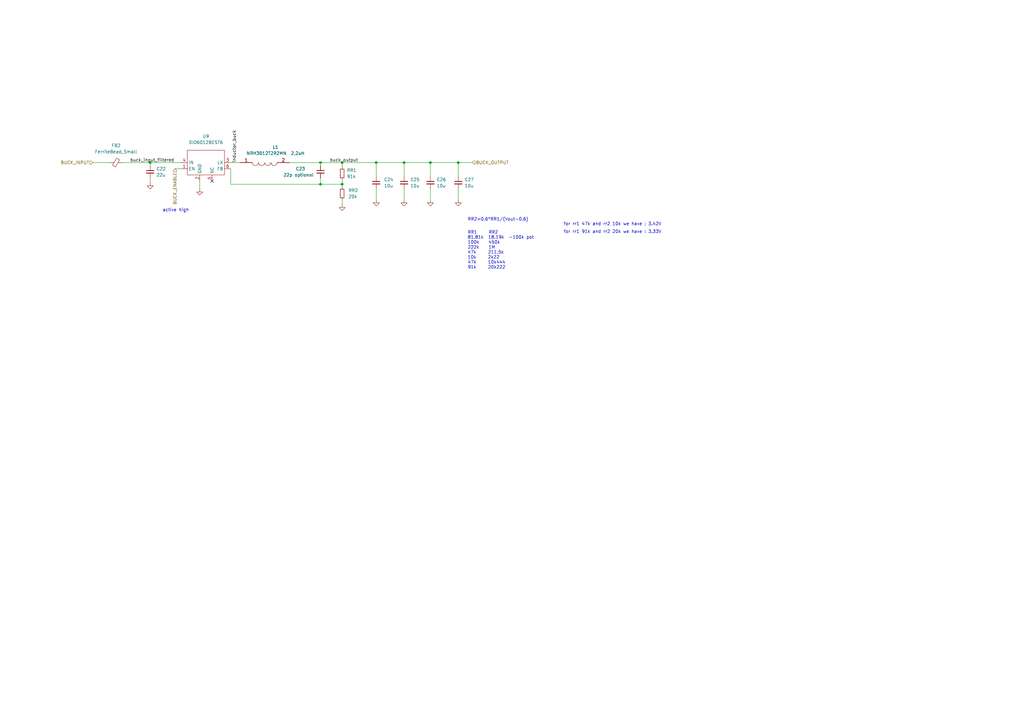
<source format=kicad_sch>
(kicad_sch (version 20211123) (generator eeschema)
  (paper "A3")
  (title_block (title "ESP32 MP3 player/web radio+power meter+uSD dataloger") (rev "2"))
  (lib_symbols
    (symbol "Device:C_Small" (pin_numbers hide) (pin_names (offset 0.254) hide)
      (property "Reference" "C" (at 0.254 1.778 0))
      (property "Value" "C_Small" (at 0.254 -2.032 0))
      (symbol "C_Small_0_1"
        (polyline (pts (xy -1.524 -0.508) (xy 1.524 -0.508)) (stroke (width 0.3302)))
        (polyline (pts (xy -1.524 0.508) (xy 1.524 0.508)) (stroke (width 0.3048)))
      )
      (symbol "C_Small_1_1"
        (pin passive line (at 0 2.54 270) (length 2.032) (name "~") (number "1"))
        (pin passive line (at 0 -2.54 90) (length 2.032) (name "~") (number "2"))
      )
    )
    (symbol "Device:FerriteBead_Small" (pin_numbers hide) (pin_names (offset 0))
      (property "Reference" "FB" (at 1.905 1.27 0))
      (property "Value" "FerriteBead_Small" (at 1.905 -1.27 0))
      (symbol "FerriteBead_Small_0_1"
        (polyline (pts (xy 0 -1.27) (xy 0 -0.7874)))
        (polyline (pts (xy 0 0.889) (xy 0 1.2954)))
        (polyline (pts (xy -1.8288 0.2794) (xy -1.1176 1.4986) (xy 1.8288 -0.2032) (xy 1.1176 -1.4224) (xy -1.8288 0.2794)))
      )
      (symbol "FerriteBead_Small_1_1"
        (pin passive line (at 0 2.54 270) (length 1.27) (name "~") (number "1"))
        (pin passive line (at 0 -2.54 90) (length 1.27) (name "~") (number "2"))
      )
    )
    (symbol "Device:R_Small" (pin_numbers hide) (pin_names (offset 0.254) hide)
      (property "Reference" "R" (at 0.762 0.508 0))
      (property "Value" "R_Small" (at 0.762 -1.016 0))
      (symbol "R_Small_0_1"
        (rectangle (start -0.762 1.778) (end 0.762 -1.778) (stroke (width 0.2032)))
      )
      (symbol "R_Small_1_1"
        (pin passive line (at 0 2.54 270) (length 0.762) (name "~") (number "1"))
        (pin passive line (at 0 -2.54 90) (length 0.762) (name "~") (number "2"))
      )
    )
    (symbol "My_custom_lib:DIO6012BCST6"
      (property "Reference" "U" (at 0 6.35 0))
      (property "Value" "DIO6012BCST6" (at 0 3.81 0))
      (symbol "DIO6012BCST6_0_1"
        (rectangle (start -7.62 -5.08) (end 7.62 5.08))
      )
      (symbol "DIO6012BCST6_1_1"
        (pin input line (at -10.16 -2.54 0) (length 2.54) (name "EN") (number "1"))
        (pin output line (at -2.54 -7.62 90) (length 2.54) (name "GND") (number "2"))
        (pin output line (at 10.16 0 180) (length 2.54) (name "LX") (number "3"))
        (pin input line (at -10.16 0 0) (length 2.54) (name "IN") (number "4"))
        (pin output line (at 2.54 -7.62 90) (length 2.54) (name "NC") (number "5"))
        (pin input line (at 10.16 -2.54 180) (length 2.54) (name "FB") (number "6"))
      )
    )
    (symbol "SamacSys_Parts:NRH3012T2R2MN" (pin_names (offset 0.762))
      (property "Reference" "L" (at 16.51 6.35 0))
      (property "Value" "NRH3012T2R2MN" (at 16.51 3.81 0))
      (symbol "NRH3012T2R2MN_0_0"
        (pin passive line (at 0 0 0) (length 5.08) (name "~") (number "1"))
        (pin passive line (at 20.32 0 180) (length 5.08) (name "~") (number "2"))
      )
      (symbol "NRH3012T2R2MN_0_1"
        (arc (start 5.08 0) (mid 6.35 -1.3218) (end 7.62 0) (stroke (width 0.1524)))
        (arc (start 7.62 0) (mid 8.89 -1.3218) (end 10.16 0) (stroke (width 0.1524)))
        (arc (start 10.16 0) (mid 11.43 -1.3218) (end 12.7 0) (stroke (width 0.1524)))
        (arc (start 12.7 0) (mid 13.97 -1.3218) (end 15.24 0) (stroke (width 0.1524)))
      )
    )
    (symbol "power:GND" (power) (pin_names (offset 0))
      (property "Value" "GND" (at 0 -3.81 0))
      (symbol "GND_0_1"
        (polyline (pts (xy 0 0) (xy 0 -1.27) (xy 1.27 -1.27) (xy 0 -2.54) (xy -1.27 -1.27) (xy 0 -1.27)))
      )
      (symbol "GND_1_1"
        (pin power_in line (at 0 0 270) (length 0) hide (name "GND") (number "1"))
      )
    )
  )
  (junction (at 187.96 66.675))
  (junction (at 154.305 66.675))
  (junction (at 165.735 66.675))
  (junction (at 176.53 66.675))
  (junction (at 131.445 66.675))
  (junction (at 131.445 75.565))
  (junction (at 140.335 66.675))
  (junction (at 61.595 66.675))
  (junction (at 140.335 75.565))
  (no_connect (at 86.995 74.295))
  (wire (pts (xy 140.335 81.915) (xy 140.335 83.82)))
  (wire (pts (xy 131.445 66.675) (xy 140.335 66.675)))
  (wire (pts (xy 176.53 66.675) (xy 187.96 66.675)))
  (wire (pts (xy 94.615 69.215) (xy 94.615 75.565)))
  (wire (pts (xy 140.335 73.66) (xy 140.335 75.565)))
  (wire (pts (xy 165.735 77.47) (xy 165.735 81.915)))
  (wire (pts (xy 187.96 77.47) (xy 187.96 81.915)))
  (wire (pts (xy 94.615 66.675) (xy 98.425 66.675)))
  (wire (pts (xy 140.335 75.565) (xy 140.335 76.835)))
  (wire (pts (xy 94.615 75.565) (xy 131.445 75.565)))
  (wire (pts (xy 61.595 73.025) (xy 61.595 74.93)))
  (wire (pts (xy 165.735 66.675) (xy 176.53 66.675)))
  (wire (pts (xy 140.335 66.675) (xy 140.335 68.58)))
  (wire (pts (xy 154.305 77.47) (xy 154.305 81.915)))
  (wire (pts (xy 61.595 66.675) (xy 61.595 67.945)))
  (wire (pts (xy 187.96 66.675) (xy 193.675 66.675)))
  (wire (pts (xy 61.595 66.675) (xy 74.295 66.675)))
  (wire (pts (xy 154.305 66.675) (xy 165.735 66.675)))
  (wire (pts (xy 131.445 66.675) (xy 131.445 67.945)))
  (wire (pts (xy 118.745 66.675) (xy 131.445 66.675)))
  (wire (pts (xy 38.1 66.675) (xy 45.085 66.675)))
  (wire (pts (xy 50.165 66.675) (xy 61.595 66.675)))
  (wire (pts (xy 165.735 66.675) (xy 165.735 72.39)))
  (wire (pts (xy 131.445 73.025) (xy 131.445 75.565)))
  (wire (pts (xy 154.305 66.675) (xy 154.305 72.39)))
  (wire (pts (xy 81.915 74.295) (xy 81.915 77.47)))
  (wire (pts (xy 176.53 77.47) (xy 176.53 81.915)))
  (wire (pts (xy 71.755 69.215) (xy 74.295 69.215)))
  (wire (pts (xy 176.53 66.675) (xy 176.53 72.39)))
  (wire (pts (xy 140.335 66.675) (xy 154.305 66.675)))
  (wire (pts (xy 187.96 66.675) (xy 187.96 72.39)))
  (wire (pts (xy 131.445 75.565) (xy 140.335 75.565)))
  (text "for rr1 47k and rr2 10k we have : 3.42V" (at 231.14 92.71 0) (effects (font (size 1.27 1.27)) (justify left bottom)))
  (text "for rr1 91k and rr2 20k we have : 3.33V" (at 231.14 95.885 0) (effects (font (size 1.27 1.27)) (justify left bottom)))
  (text "RR2=0,6*RR1/(Vout-0,6)" (at 191.77 90.805 0) (effects (font (size 1.27 1.27)) (justify left bottom)))
  (text "active high" (at 66.675 86.995 0) (effects (font (size 1.27 1.27)) (justify left bottom)))
  (text "RR1     RR2\n81.81k  18.19k  -100k pot\n100k    450k\n222k    1M\n47k     211.5k\n10k     2k22\n47k     10k444\n91k     20k222" (at 191.77 110.49 0) (effects (font (size 1.27 1.27)) (justify left bottom)))
  (label "buck_input_filtered" (at 53.34 66.675 0))
  (label "buck_output" (at 135.255 66.675 0))
  (label "inductor_buck" (at 97.155 66.675 90))
  (hierarchical_label "BUCK_INPUT" (shape input) (at 38.1 66.675 180))
  (hierarchical_label "BUCK_ENABLE" (shape input) (at 71.755 69.215 270))
  (hierarchical_label "BUCK_OUTPUT" (shape input) (at 193.675 66.675 0))
  (symbol (lib_id "power:GND") (at 140.335 83.82 0) (unit 1)
    (property "Reference" "#PWR091" (effects hide))
    (property "Value" "GND" (effects hide))
  )
  (symbol (lib_id "power:GND") (at 61.595 74.93 0) (unit 1)
    (property "Reference" "#PWR085" (effects hide))
    (property "Value" "GND" (effects hide))
  )
  (symbol (lib_id "Device:R_Small") (at 140.335 71.12 0) (unit 1)
    (property "Reference" "RR1" (at 142.24 69.8499 0) (effects (justify left)))
    (property "Value" "91k" (at 142.24 72.3899 0) (effects (justify left)))
    (property "Footprint" "Resistor_SMD:R_0805_2012Metric_Pad1.20x1.40mm_HandSolder" (effects hide))
  )
  (symbol (lib_id "My_custom_lib:DIO6012BCST6") (at 84.455 66.675 0) (unit 1)
    (property "Reference" "U9" (at 84.455 55.88 0))
    (property "Value" "DIO6012BCST6" (at 84.455 58.42 0))
    (property "Footprint" "Package_TO_SOT_SMD:SOT-23-6_Handsoldering" (effects hide))
    (property "Datasheet" "https://ro.mouser.com/datasheet/2/802/dimi_s_a0009242596_1-2295138.pdf" (effects hide))
  )
  (symbol (lib_id "Device:C_Small") (at 154.305 74.93 0) (unit 1)
    (property "Reference" "C24" (at 157.48 73.6662 0) (effects (justify left)))
    (property "Value" "10u" (at 157.48 76.2062 0) (effects (justify left)))
    (property "Footprint" "Capacitor_SMD:C_0805_2012Metric" (effects hide))
  )
  (symbol (lib_id "power:GND") (at 81.915 77.47 0) (unit 1)
    (property "Reference" "#PWR086" (effects hide))
    (property "Value" "GND" (effects hide))
  )
  (symbol (lib_id "power:GND") (at 176.53 81.915 0) (unit 1)
    (property "Reference" "#PWR089" (effects hide))
    (property "Value" "GND" (effects hide))
  )
  (symbol (lib_id "power:GND") (at 165.735 81.915 0) (unit 1)
    (property "Reference" "#PWR088" (effects hide))
    (property "Value" "GND" (effects hide))
  )
  (symbol (lib_id "Device:C_Small") (at 61.595 70.485 0) (unit 1)
    (property "Reference" "C22" (at 64.135 69.2212 0) (effects (justify left)))
    (property "Value" "22u" (at 64.135 71.7612 0) (effects (justify left)))
    (property "Footprint" "Capacitor_THT:CP_Radial_D5.0mm_P2.00mm" (effects hide))
  )
  (symbol (lib_id "Device:R_Small") (at 140.335 79.375 0) (unit 1)
    (property "Reference" "RR2" (at 142.875 78.1049 0) (effects (justify left)))
    (property "Value" "20k" (at 142.875 80.6449 0) (effects (justify left)))
    (property "Footprint" "Resistor_SMD:R_0805_2012Metric_Pad1.20x1.40mm_HandSolder" (effects hide))
  )
  (symbol (lib_id "Device:C_Small") (at 187.96 74.93 0) (unit 1)
    (property "Reference" "C27" (at 190.5 73.6662 0) (effects (justify left)))
    (property "Value" "10u" (at 190.5 76.2062 0) (effects (justify left)))
    (property "Footprint" "Capacitor_SMD:C_0805_2012Metric" (effects hide))
  )
  (symbol (lib_id "Device:C_Small") (at 165.735 74.93 0) (unit 1)
    (property "Reference" "C25" (at 168.275 73.6662 0) (effects (justify left)))
    (property "Value" "10u" (at 168.275 76.2062 0) (effects (justify left)))
    (property "Footprint" "Capacitor_SMD:C_0805_2012Metric" (effects hide))
  )
  (symbol (lib_id "power:GND") (at 187.96 81.915 0) (unit 1)
    (property "Reference" "#PWR090" (effects hide))
    (property "Value" "GND" (effects hide))
  )
  (symbol (lib_id "Device:C_Small") (at 131.445 70.485 0) (unit 1)
    (property "Reference" "C23" (at 121.285 69.215 0) (effects (justify left)))
    (property "Value" "22p optional" (at 116.205 71.755 0) (effects (justify left)))
    (property "Footprint" "Capacitor_SMD:C_0603_1608Metric_Pad1.08x0.95mm_HandSolder" (effects hide))
  )
  (symbol (lib_id "power:GND") (at 154.305 81.915 0) (unit 1)
    (property "Reference" "#PWR087" (effects hide))
    (property "Value" "GND" (effects hide))
  )
  (symbol (lib_id "Device:C_Small") (at 176.53 74.93 0) (unit 1)
    (property "Reference" "C26" (at 179.07 73.6662 0) (effects (justify left)))
    (property "Value" "10u" (at 179.07 76.2062 0) (effects (justify left)))
    (property "Footprint" "Capacitor_SMD:C_0805_2012Metric" (effects hide))
  )
  (symbol (lib_id "Device:FerriteBead_Small") (at 47.625 66.675 90) (unit 1)
    (property "Reference" "FB2" (at 47.5869 59.69 90))
    (property "Value" "FerriteBead_Small" (at 47.5869 62.23 90))
    (property "Footprint" "Resistor_SMD:R_0402_1005Metric_Pad0.72x0.64mm_HandSolder" (effects hide))
  )
  (symbol (lib_id "SamacSys_Parts:NRH3012T2R2MN") (at 98.425 66.675 0) (unit 1)
    (property "Reference" "L1" (at 113.03 60.325 0))
    (property "Value" "NRH3012T2R2MN  2,2uH" (at 113.03 62.865 0))
    (property "Footprint" "SamacSys_Parts:NRH3012T220MNV" (effects hide))
    (property "Datasheet" "https://componentsearchengine.com/Datasheets/5/NRH3012T220MNV.pdf" (effects hide))
    (property "Description" "Taiyo Yuden, NRH, 3012 Shielded Wire-wound SMD Inductor with a Ferrite Core, 2.2 uH +/-20% Wire-Wound 1.5A Idc" (effects hide))
    (property "Height" "1.2" (effects hide))
    (property "Mouser Part Number" "963-NRH3012T2R2MN" (effects hide))
    (property "Mouser Price/Stock" "https://www.mouser.co.uk/ProductDetail/Taiyo-Yuden/NRH3012T2R2MN?qs=PzICbMaShUdBRElLTKVG3Q%3D%3D" (effects hide))
    (property "Manufacturer_Name" "TAIYO YUDEN" (effects hide))
    (property "Manufacturer_Part_Number" "NRH3012T2R2MN" (effects hide))
  )
)
</source>
